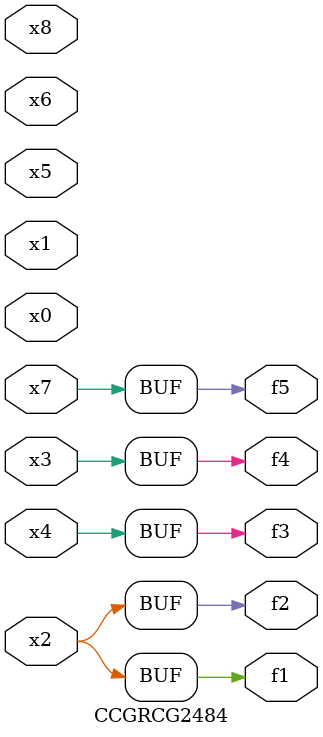
<source format=v>
module CCGRCG2484(
	input x0, x1, x2, x3, x4, x5, x6, x7, x8,
	output f1, f2, f3, f4, f5
);
	assign f1 = x2;
	assign f2 = x2;
	assign f3 = x4;
	assign f4 = x3;
	assign f5 = x7;
endmodule

</source>
